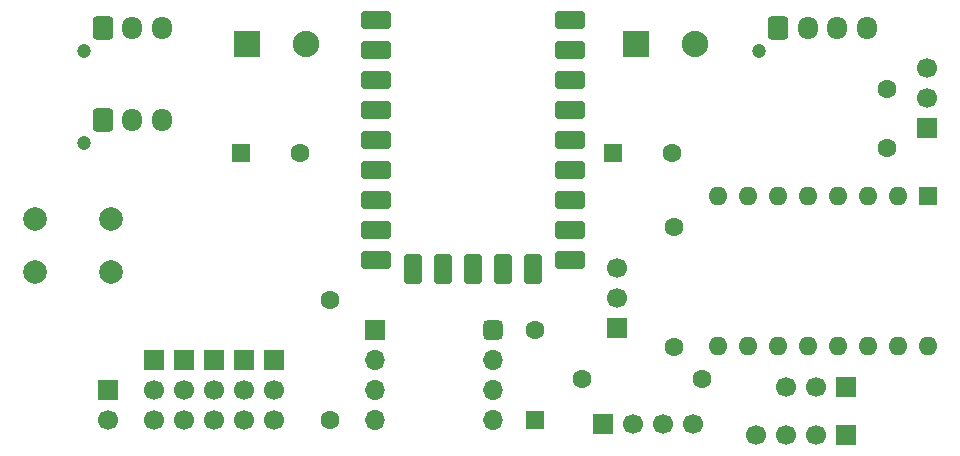
<source format=gbr>
%TF.GenerationSoftware,KiCad,Pcbnew,9.0.2-rc1*%
%TF.CreationDate,2025-05-07T10:44:18+01:00*%
%TF.ProjectId,Astro Droid BodyNeck,41737472-6f20-4447-926f-696420426f64,rev?*%
%TF.SameCoordinates,Original*%
%TF.FileFunction,Soldermask,Top*%
%TF.FilePolarity,Negative*%
%FSLAX46Y46*%
G04 Gerber Fmt 4.6, Leading zero omitted, Abs format (unit mm)*
G04 Created by KiCad (PCBNEW 9.0.2-rc1) date 2025-05-07 10:44:18*
%MOMM*%
%LPD*%
G01*
G04 APERTURE LIST*
G04 Aperture macros list*
%AMRoundRect*
0 Rectangle with rounded corners*
0 $1 Rounding radius*
0 $2 $3 $4 $5 $6 $7 $8 $9 X,Y pos of 4 corners*
0 Add a 4 corners polygon primitive as box body*
4,1,4,$2,$3,$4,$5,$6,$7,$8,$9,$2,$3,0*
0 Add four circle primitives for the rounded corners*
1,1,$1+$1,$2,$3*
1,1,$1+$1,$4,$5*
1,1,$1+$1,$6,$7*
1,1,$1+$1,$8,$9*
0 Add four rect primitives between the rounded corners*
20,1,$1+$1,$2,$3,$4,$5,0*
20,1,$1+$1,$4,$5,$6,$7,0*
20,1,$1+$1,$6,$7,$8,$9,0*
20,1,$1+$1,$8,$9,$2,$3,0*%
G04 Aperture macros list end*
%ADD10C,1.600000*%
%ADD11RoundRect,0.250000X-0.550000X-0.550000X0.550000X-0.550000X0.550000X0.550000X-0.550000X0.550000X0*%
%ADD12R,1.700000X1.700000*%
%ADD13C,1.700000*%
%ADD14C,2.000000*%
%ADD15RoundRect,0.400000X-0.900000X-0.400000X0.900000X-0.400000X0.900000X0.400000X-0.900000X0.400000X0*%
%ADD16RoundRect,0.400050X-0.899950X-0.400050X0.899950X-0.400050X0.899950X0.400050X-0.899950X0.400050X0*%
%ADD17RoundRect,0.400000X-0.400000X-0.900000X0.400000X-0.900000X0.400000X0.900000X-0.400000X0.900000X0*%
%ADD18RoundRect,0.393700X-0.393700X-0.906300X0.393700X-0.906300X0.393700X0.906300X-0.393700X0.906300X0*%
%ADD19RoundRect,0.250000X0.550000X-0.550000X0.550000X0.550000X-0.550000X0.550000X-0.550000X-0.550000X0*%
%ADD20C,1.200000*%
%ADD21RoundRect,0.250000X-0.600000X-0.725000X0.600000X-0.725000X0.600000X0.725000X-0.600000X0.725000X0*%
%ADD22O,1.700000X1.950000*%
%ADD23O,1.700000X1.700000*%
%ADD24RoundRect,0.425000X-0.425000X-0.425000X0.425000X-0.425000X0.425000X0.425000X-0.425000X0.425000X0*%
%ADD25RoundRect,0.101600X-1.016000X-1.016000X1.016000X-1.016000X1.016000X1.016000X-1.016000X1.016000X0*%
%ADD26C,2.235200*%
%ADD27R,1.600000X1.600000*%
%ADD28O,1.600000X1.600000*%
G04 APERTURE END LIST*
D10*
%TO.C,C3*%
X68129349Y-69850000D03*
D11*
X63129349Y-69850000D03*
%TD*%
D12*
%TO.C,WS2812B-1*%
X93780000Y-92860000D03*
D13*
X96320000Y-92860000D03*
X98860000Y-92860000D03*
X101400000Y-92860000D03*
%TD*%
D12*
%TO.C,J6*%
X114300000Y-93760000D03*
D13*
X111760000Y-93760000D03*
X109220000Y-93760000D03*
X106680000Y-93760000D03*
%TD*%
D12*
%TO.C,J5*%
X114300000Y-89662000D03*
D13*
X111760000Y-89662000D03*
X109220000Y-89662000D03*
%TD*%
D10*
%TO.C,C1*%
X117805200Y-69494400D03*
X117805200Y-64494400D03*
%TD*%
D14*
%TO.C,SW1*%
X45645000Y-75474000D03*
X52145000Y-75474000D03*
X45645000Y-79974000D03*
X52145000Y-79974000D03*
%TD*%
D15*
%TO.C,RZ1*%
X90961000Y-58599000D03*
X90961000Y-61139000D03*
X90961000Y-63679000D03*
X90961000Y-66219000D03*
X90961000Y-68759000D03*
D16*
X90961000Y-71299000D03*
X90961000Y-73839000D03*
X90961000Y-76379000D03*
X90961000Y-78919000D03*
D17*
X87821000Y-79729000D03*
D18*
X85281000Y-79729000D03*
X82741000Y-79729000D03*
X80201000Y-79729000D03*
X77661000Y-79729000D03*
D16*
X74521000Y-78919000D03*
X74521000Y-76379000D03*
X74521000Y-73839000D03*
X74521000Y-71299000D03*
X74521000Y-68759000D03*
X74521000Y-66219000D03*
X74521000Y-63679000D03*
X74521000Y-61139000D03*
X74521000Y-58599000D03*
%TD*%
D10*
%TO.C,R1*%
X70680000Y-82310000D03*
X70680000Y-92470000D03*
%TD*%
D19*
%TO.C,D2*%
X88011000Y-92506800D03*
D10*
X88011000Y-84886800D03*
%TD*%
D13*
%TO.C,SV5*%
X63398400Y-92456000D03*
X63398400Y-89916000D03*
D12*
X63398400Y-87376000D03*
%TD*%
D10*
%TO.C,R3*%
X99800000Y-86270000D03*
X99800000Y-76110000D03*
%TD*%
D12*
%TO.C,J4*%
X121158000Y-67767200D03*
D13*
X121158000Y-65227200D03*
X121158000Y-62687200D03*
%TD*%
D20*
%TO.C,J1*%
X106978000Y-61256000D03*
D21*
X108578000Y-59256000D03*
D22*
X111078000Y-59256000D03*
X113578000Y-59256000D03*
X116078000Y-59256000D03*
%TD*%
D13*
%TO.C,SV3*%
X60833000Y-92456000D03*
X60833000Y-89916000D03*
D12*
X60833000Y-87376000D03*
%TD*%
D20*
%TO.C,BS2*%
X49788000Y-69056000D03*
D21*
X51388000Y-67056000D03*
D22*
X53888000Y-67056000D03*
X56388000Y-67056000D03*
%TD*%
D12*
%TO.C,SV2*%
X58293000Y-87376000D03*
D13*
X58293000Y-89916000D03*
X58293000Y-92456000D03*
%TD*%
%TO.C,SV4*%
X65938400Y-92456000D03*
X65938400Y-89916000D03*
D12*
X65938400Y-87376000D03*
%TD*%
D13*
%TO.C,SV1*%
X55753000Y-92456000D03*
X55753000Y-89916000D03*
D12*
X55753000Y-87376000D03*
%TD*%
D10*
%TO.C,R2*%
X91998800Y-89001600D03*
X102158800Y-89001600D03*
%TD*%
D12*
%TO.C,U1*%
X74422000Y-84836000D03*
D23*
X74422000Y-87376000D03*
X74422000Y-89916000D03*
X74422000Y-92456000D03*
X84480400Y-92487200D03*
X84480400Y-89947200D03*
X84480400Y-87407200D03*
D24*
X84480400Y-84867200D03*
%TD*%
D11*
%TO.C,C2*%
X94625349Y-69850000D03*
D10*
X99625349Y-69850000D03*
%TD*%
D25*
%TO.C,P2*%
X96560640Y-60681220D03*
D26*
X101559360Y-60681220D03*
%TD*%
D25*
%TO.C,P3*%
X63606680Y-60681220D03*
D26*
X68605400Y-60681220D03*
%TD*%
D12*
%TO.C,J2*%
X94920000Y-84660000D03*
D13*
X94920000Y-82120000D03*
X94920000Y-79580000D03*
%TD*%
D27*
%TO.C,A1*%
X121259600Y-73558400D03*
D28*
X118719600Y-73558400D03*
X116179600Y-73558400D03*
X113639600Y-73558400D03*
X111099600Y-73558400D03*
X108559600Y-73558400D03*
X106019600Y-73558400D03*
X103479600Y-73558400D03*
X103479600Y-86258400D03*
X106019600Y-86258400D03*
X108559600Y-86258400D03*
X111099600Y-86258400D03*
X113639600Y-86258400D03*
X116179600Y-86258400D03*
X118719600Y-86258400D03*
X121259600Y-86258400D03*
%TD*%
D20*
%TO.C,BS1*%
X49788000Y-61256000D03*
D21*
X51388000Y-59256000D03*
D22*
X53888000Y-59256000D03*
X56388000Y-59256000D03*
%TD*%
D12*
%TO.C,J3*%
X51866800Y-89916000D03*
D13*
X51866800Y-92456000D03*
%TD*%
M02*

</source>
